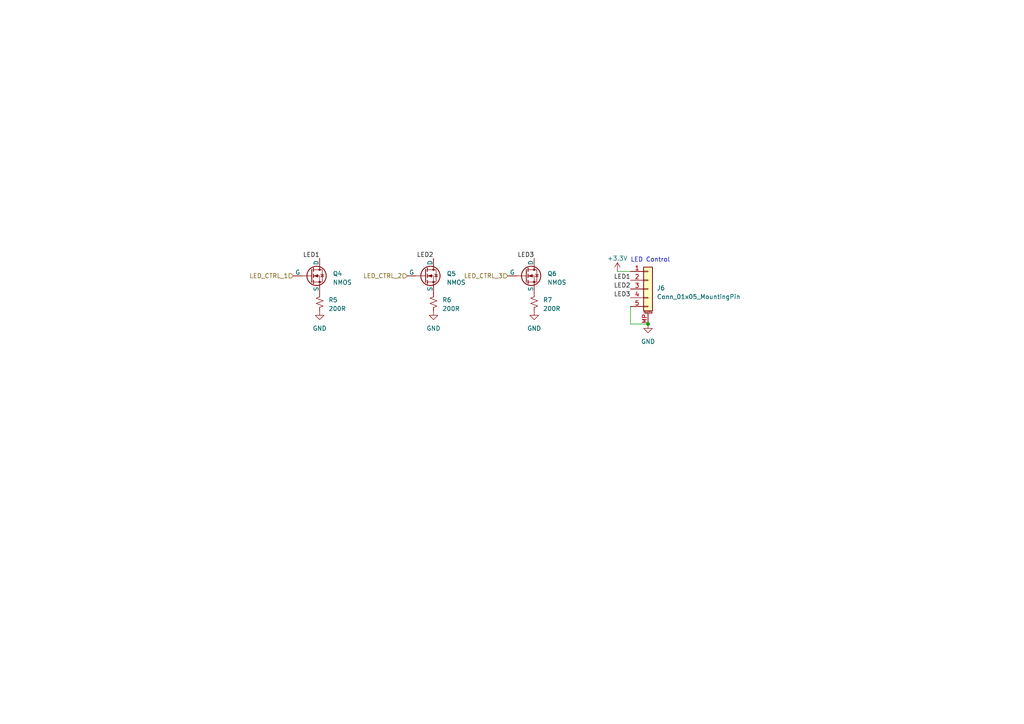
<source format=kicad_sch>
(kicad_sch (version 20230121) (generator eeschema)
  (paper "A4")
  (lib_symbols
    (symbol "Connector_Generic_MountingPin:Conn_01x05_MountingPin" (pin_names (offset 1.016) hide)
      (property "Reference" "J" (at 0 7.62 0))
      (property "Value" "Conn_01x05_MountingPin" (at 1.27 -7.62 0))
      (symbol "Conn_01x05_MountingPin_1_1"
        (rectangle (start -1.27 -4.953) (end 0 -5.207) (stroke (width 0.1524)))
        (rectangle (start -1.27 -2.413) (end 0 -2.667) (stroke (width 0.1524)))
        (rectangle (start -1.27 0.127) (end 0 -0.127) (stroke (width 0.1524)))
        (rectangle (start -1.27 2.667) (end 0 2.413) (stroke (width 0.1524)))
        (rectangle (start -1.27 5.207) (end 0 4.953) (stroke (width 0.1524)))
        (rectangle (start -1.27 6.35) (end 1.27 -6.35) (stroke (width 0.254)) (fill (type background)))
        (polyline (pts (xy -1.016 -7.112) (xy 1.016 -7.112)) (stroke (width 0.1524)))
        (text "Mounting" (at 0 -6.731 0) (effects (font (size 0.381 0.381))))
        (pin passive line (at -5.08 5.08 0) (length 3.81) (name "Pin_1") (number "1"))
        (pin passive line (at -5.08 2.54 0) (length 3.81) (name "Pin_2") (number "2"))
        (pin passive line (at -5.08 0 0) (length 3.81) (name "Pin_3") (number "3"))
        (pin passive line (at -5.08 -2.54 0) (length 3.81) (name "Pin_4") (number "4"))
        (pin passive line (at -5.08 -5.08 0) (length 3.81) (name "Pin_5") (number "5"))
        (pin passive line (at 0 -10.16 90) (length 3.048) (name "MountPin") (number "MP"))
      )
    )
    (symbol "Device:R_Small_US" (pin_numbers hide) (pin_names (offset 0.254) hide)
      (property "Reference" "R" (at 0.762 0.508 0))
      (property "Value" "R_Small_US" (at 0.762 -1.016 0))
      (symbol "R_Small_US_1_1"
        (polyline (pts (xy 0 0) (xy 1.016 -0.381) (xy 0 -0.762) (xy -1.016 -1.143) (xy 0 -1.524)))
        (polyline (pts (xy 0 1.524) (xy 1.016 1.143) (xy 0 0.762) (xy -1.016 0.381) (xy 0 0)))
        (pin passive line (at 0 2.54 270) (length 1.016) (name "~") (number "1"))
        (pin passive line (at 0 -2.54 90) (length 1.016) (name "~") (number "2"))
      )
    )
    (symbol "Simulation_SPICE:NMOS" (pin_numbers hide) (pin_names (offset 0))
      (property "Reference" "Q" (at 5.08 1.27 0))
      (property "Value" "NMOS" (at 5.08 -1.27 0))
      (symbol "NMOS_0_1"
        (polyline (pts (xy 0.254 0) (xy -2.54 0)))
        (polyline (pts (xy 0.254 1.905) (xy 0.254 -1.905)) (stroke (width 0.254)))
        (polyline (pts (xy 0.762 -1.27) (xy 0.762 -2.286)) (stroke (width 0.254)))
        (polyline (pts (xy 0.762 0.508) (xy 0.762 -0.508)) (stroke (width 0.254)))
        (polyline (pts (xy 0.762 2.286) (xy 0.762 1.27)) (stroke (width 0.254)))
        (polyline (pts (xy 2.54 2.54) (xy 2.54 1.778)))
        (polyline (pts (xy 2.54 -2.54) (xy 2.54 0) (xy 0.762 0)))
        (polyline (pts (xy 0.762 -1.778) (xy 3.302 -1.778) (xy 3.302 1.778) (xy 0.762 1.778)))
        (polyline (pts (xy 1.016 0) (xy 2.032 0.381) (xy 2.032 -0.381) (xy 1.016 0)) (fill (type outline)))
        (polyline (pts (xy 2.794 0.508) (xy 2.921 0.381) (xy 3.683 0.381) (xy 3.81 0.254)))
        (polyline (pts (xy 3.302 0.381) (xy 2.921 -0.254) (xy 3.683 -0.254) (xy 3.302 0.381)))
        (circle (center 1.651 0) (radius 2.794) (stroke (width 0.254)))
        (circle (center 2.54 -1.778) (radius 0.254) (fill (type outline)))
        (circle (center 2.54 1.778) (radius 0.254) (fill (type outline)))
      )
      (symbol "NMOS_1_1"
        (pin passive line (at 2.54 5.08 270) (length 2.54) (name "D") (number "1"))
        (pin input line (at -5.08 0 0) (length 2.54) (name "G") (number "2"))
        (pin passive line (at 2.54 -5.08 90) (length 2.54) (name "S") (number "3"))
      )
    )
    (symbol "power:+3.3V" (power) (pin_names (offset 0))
      (property "Value" "+3.3V" (at 0 3.556 0))
      (symbol "+3.3V_0_1"
        (polyline (pts (xy -0.762 1.27) (xy 0 2.54)))
        (polyline (pts (xy 0 0) (xy 0 2.54)))
        (polyline (pts (xy 0 2.54) (xy 0.762 1.27)))
      )
      (symbol "+3.3V_1_1"
        (pin power_in line (at 0 0 90) (length 0) hide (name "+3.3V") (number "1"))
      )
    )
    (symbol "power:GND" (power) (pin_names (offset 0))
      (property "Value" "GND" (at 0 -3.81 0))
      (symbol "GND_0_1"
        (polyline (pts (xy 0 0) (xy 0 -1.27) (xy 1.27 -1.27) (xy 0 -2.54) (xy -1.27 -1.27) (xy 0 -1.27)))
      )
      (symbol "GND_1_1"
        (pin power_in line (at 0 0 270) (length 0) hide (name "GND") (number "1"))
      )
    )
  )
  (junction (at 187.96 93.98))
  (wire (pts (xy 182.88 93.98) (xy 182.88 88.9)))
  (wire (pts (xy 187.96 93.98) (xy 182.88 93.98)))
  (wire (pts (xy 179.07 78.74) (xy 182.88 78.74)))
  (text "LED Control" (at 182.88 76.2 0) (effects (font (size 1.27 1.27)) (justify left bottom)))
  (label "LED2" (at 125.73 74.93 180))
  (label "LED1" (at 92.71 74.93 180))
  (label "LED3" (at 182.88 86.36 180))
  (label "LED3" (at 154.94 74.93 180))
  (label "LED2" (at 182.88 83.82 180))
  (label "LED1" (at 182.88 81.28 180))
  (hierarchical_label "LED_CTRL_1" (shape input) (at 85.09 80.01 180))
  (hierarchical_label "LED_CTRL_3" (shape input) (at 147.32 80.01 180))
  (hierarchical_label "LED_CTRL_2" (shape input) (at 118.11 80.01 180))
  (symbol (lib_id "power:GND") (at 187.96 93.98 0) (unit 1)
    (property "Reference" "#PWR024" (effects hide))
    (property "Value" "GND" (at 187.96 99.06 0))
    (instances (project "Locust" (path "" (reference "#PWR024") (unit 1)) (path "" (reference "#PWR028") (unit 1))))
  )
  (symbol (lib_id "power:+3.3V") (at 179.07 78.74 0) (unit 1)
    (property "Reference" "#PWR025" (effects hide))
    (property "Value" "+3.3V" (at 179.07 74.93 0))
    (instances (project "Locust" (path "" (reference "#PWR025") (unit 1)) (path "" (reference "#PWR024") (unit 1))))
  )
  (symbol (lib_id "Connector_Generic_MountingPin:Conn_01x05_MountingPin") (at 187.96 83.82 0) (unit 1)
    (property "Reference" "J6" (at 190.5 83.5406 0) (effects (justify left)))
    (property "Value" "Conn_01x05_MountingPin" (at 190.5 86.0806 0) (effects (justify left)))
    (property "Footprint" "Connector_JST:JST_SH_SM05B-SRSS-TB_1x05-1MP_P1.00mm_Horizontal" (effects hide))
  )
  (symbol (lib_id "Device:R_Small_US") (at 125.73 87.63 0) (mirror y) (unit 1)
    (property "Reference" "R6" (at 128.27 86.995 0) (effects (justify right)))
    (property "Value" "200R" (at 128.27 89.535 0) (effects (justify right)))
  )
  (symbol (lib_id "power:GND") (at 92.71 90.17 0) (unit 1)
    (property "Reference" "#PWR026" (effects hide))
    (property "Value" "GND" (at 92.71 95.25 0))
    (instances (project "Locust" (path "" (reference "#PWR026") (unit 1)) (path "" (reference "#PWR025") (unit 1))))
  )
  (symbol (lib_id "Device:R_Small_US") (at 92.71 87.63 0) (mirror y) (unit 1)
    (property "Reference" "R5" (at 95.25 86.995 0) (effects (justify right)))
    (property "Value" "200R" (at 95.25 89.535 0) (effects (justify right)))
  )
  (symbol (lib_id "Device:R_Small_US") (at 154.94 87.63 0) (mirror y) (unit 1)
    (property "Reference" "R7" (at 157.48 86.995 0) (effects (justify right)))
    (property "Value" "200R" (at 157.48 89.535 0) (effects (justify right)))
  )
  (symbol (lib_id "power:GND") (at 125.73 90.17 0) (unit 1)
    (property "Reference" "#PWR027" (effects hide))
    (property "Value" "GND" (at 125.73 95.25 0))
    (instances (project "Locust" (path "" (reference "#PWR027") (unit 1)) (path "" (reference "#PWR026") (unit 1))))
  )
  (symbol (lib_id "Simulation_SPICE:NMOS") (at 152.4 80.01 0) (unit 1)
    (property "Reference" "Q6" (at 158.75 79.375 0) (effects (justify left)))
    (property "Value" "NMOS" (at 158.75 81.915 0) (effects (justify left)))
    (property "Datasheet" "https://ngspice.sourceforge.io/docs/ngspice-manual.pdf" (effects hide))
    (property "Sim.Device" "NMOS" (effects hide))
    (property "Sim.Type" "VDMOS" (effects hide))
    (property "Sim.Pins" "1=D 2=G 3=S" (effects hide))
  )
  (symbol (lib_id "power:GND") (at 154.94 90.17 0) (unit 1)
    (property "Reference" "#PWR028" (effects hide))
    (property "Value" "GND" (at 154.94 95.25 0))
    (instances (project "Locust" (path "" (reference "#PWR028") (unit 1)) (path "" (reference "#PWR027") (unit 1))))
  )
  (symbol (lib_id "Simulation_SPICE:NMOS") (at 123.19 80.01 0) (unit 1)
    (property "Reference" "Q5" (at 129.54 79.375 0) (effects (justify left)))
    (property "Value" "NMOS" (at 129.54 81.915 0) (effects (justify left)))
    (property "Datasheet" "https://ngspice.sourceforge.io/docs/ngspice-manual.pdf" (effects hide))
    (property "Sim.Device" "NMOS" (effects hide))
    (property "Sim.Type" "VDMOS" (effects hide))
    (property "Sim.Pins" "1=D 2=G 3=S" (effects hide))
  )
  (symbol (lib_id "Simulation_SPICE:NMOS") (at 90.17 80.01 0) (unit 1)
    (property "Reference" "Q4" (at 96.52 79.375 0) (effects (justify left)))
    (property "Value" "NMOS" (at 96.52 81.915 0) (effects (justify left)))
    (property "Datasheet" "https://ngspice.sourceforge.io/docs/ngspice-manual.pdf" (effects hide))
    (property "Sim.Device" "NMOS" (effects hide))
    (property "Sim.Type" "VDMOS" (effects hide))
    (property "Sim.Pins" "1=D 2=G 3=S" (effects hide))
  )
)
</source>
